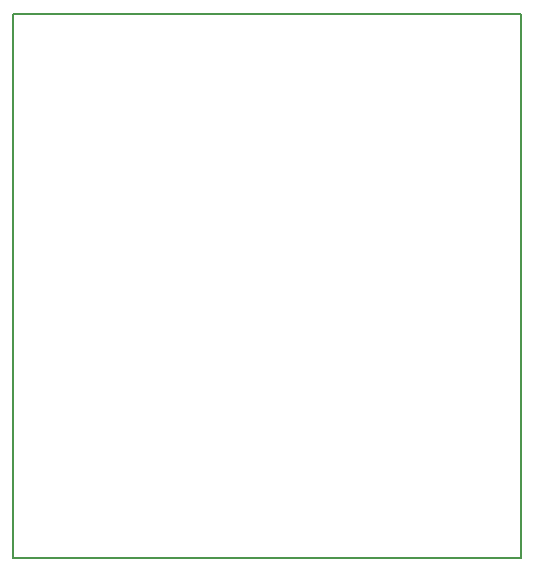
<source format=gbr>
G04 PROTEUS RS274X GERBER FILE*
%FSLAX24Y24*%
%MOIN*%
%ADD14C,0.0050*%
G54D14*
X-8464Y-9055D02*
X+8464Y-9055D01*
X+8464Y+9055D01*
X-8464Y+9055D01*
X-8464Y-9055D01*
M00*

</source>
